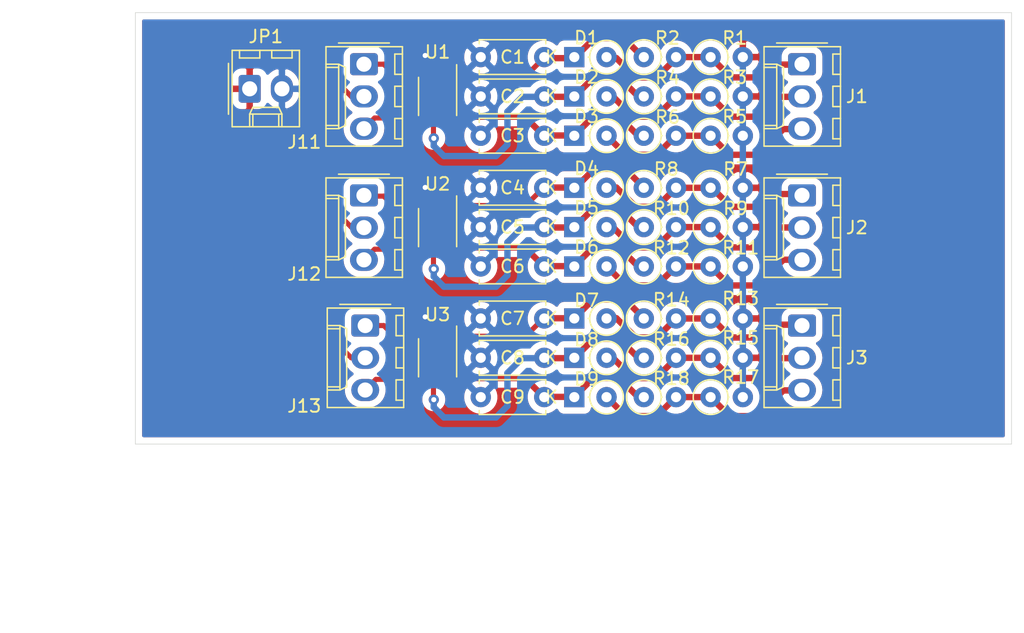
<source format=kicad_pcb>
(kicad_pcb (version 20171130) (host pcbnew 5.1.12-1.fc35)
  (layers (0 F.Cu signal) (31 B.Cu signal) (34 B.Paste user hide) (35 F.Paste user hide) (36 B.SilkS user) (37 F.SilkS user) (38 B.Mask user hide) (39 F.Mask user) (44 Edge.Cuts user))
  (net 0 "")
  (net 1 GND)
  (net 2 VCC)
  (net 3 "Net-(C1-Pad2)")
  (net 4 "Net-(C2-Pad2)")
  (net 5 "Net-(C3-Pad2)")
  (net 6 "Net-(C4-Pad2)")
  (net 7 "Net-(C5-Pad2)")
  (net 8 "Net-(C6-Pad2)")
  (net 9 "Net-(C7-Pad2)")
  (net 10 "Net-(C8-Pad2)")
  (net 11 "Net-(C9-Pad2)")
  (net 12 "Net-(D1-Pad2)")
  (net 13 "Net-(D2-Pad2)")
  (net 14 "Net-(D3-Pad2)")
  (net 15 "Net-(D4-Pad2)")
  (net 16 "Net-(D5-Pad2)")
  (net 17 "Net-(D6-Pad2)")
  (net 18 "Net-(D7-Pad2)")
  (net 19 "Net-(D8-Pad2)")
  (net 20 "Net-(D9-Pad2)")
  (net 21 "Net-(J11-Pad1)")
  (net 22 "Net-(J11-Pad2)")
  (net 23 "Net-(J11-Pad3)")
  (net 24 "Net-(J12-Pad3)")
  (net 25 "Net-(J12-Pad2)")
  (net 26 "Net-(J12-Pad1)")
  (net 27 "Net-(J13-Pad1)")
  (net 28 "Net-(J13-Pad2)")
  (net 29 "Net-(J13-Pad3)")
  (module Capacitor_THT:C_Disc_D5.0mm_W2.5mm_P5.00mm (layer F.Cu) (at 198.2 59.5)
    (fp_text reference C1 (at 2.5 0) (layer F.SilkS))
    (fp_text value 100nF)
    (pad 2 thru_hole circle (at 5 0) (size 1.6 1.6) (drill 0.8) (layers *.Cu *.Mask) (net 3 "Net-(C1-Pad2)"))
    (pad 1 thru_hole circle (at 0 0) (size 1.6 1.6) (drill 0.8) (layers *.Cu *.Mask) (net 1 GND))
  )
  (module Package_SO:SSOP-8_2.95x2.8mm_P0.65mm (layer F.Cu) (at 194.8 62.6 270)
    (fp_text reference U1 (at -3.5 0 180) (layer F.SilkS))
    (fp_text value 74LVC3G14)
    (pad 8 smd rect (at 1.7 -0.975 180) (size 0.3 1.6) (layers F.Cu F.Paste F.Mask) (net 2 VCC))
    (pad 7 smd rect (at 1.7 -0.325 180) (size 0.3 1.6) (layers F.Cu F.Paste F.Mask) (net 21 "Net-(J11-Pad1)"))
    (pad 6 smd rect (at 1.7 0.325 180) (size 0.3 1.6) (layers F.Cu F.Paste F.Mask) (net 4 "Net-(C2-Pad2)"))
    (pad 5 smd rect (at 1.7 0.975 180) (size 0.3 1.6) (layers F.Cu F.Paste F.Mask) (net 23 "Net-(J11-Pad3)"))
    (pad 4 smd rect (at -1.7 0.975 180) (size 0.3 1.6) (layers F.Cu F.Paste F.Mask) (net 1 GND))
    (pad 3 smd rect (at -1.7 0.325 180) (size 0.3 1.6) (layers F.Cu F.Paste F.Mask) (net 5 "Net-(C3-Pad2)"))
    (pad 2 smd rect (at -1.7 -0.325 180) (size 0.3 1.6) (layers F.Cu F.Paste F.Mask) (net 22 "Net-(J11-Pad2)"))
    (pad 1 smd rect (at -1.7 -0.975 180) (size 0.3 1.6) (layers F.Cu F.Paste F.Mask) (net 3 "Net-(C1-Pad2)"))
  )
  (module Resistor_THT:R_Axial_DIN0207_L6.3mm_D2.5mm_P2.54mm_Vertical (layer F.Cu) (at 216.3 59.5)
    (fp_text reference R1 (at 1.9 -1.5) (layer F.SilkS))
    (fp_text value 82K)
    (pad 2 thru_hole oval (at 2.54 0) (size 1.6 1.6) (drill 0.8) (layers *.Cu *.Mask) (net 2 VCC))
    (pad 1 thru_hole circle (at 0 0) (size 1.6 1.6) (drill 0.8) (layers *.Cu *.Mask) (net 12 "Net-(D1-Pad2)"))
  )
  (module Resistor_THT:R_Axial_DIN0207_L6.3mm_D2.5mm_P2.54mm_Vertical (layer F.Cu) (at 211.041166 59.5)
    (fp_text reference R2 (at 1.858834 -1.5) (layer F.SilkS))
    (fp_text value 18K2)
    (pad 1 thru_hole circle (at 0 0) (size 1.6 1.6) (drill 0.8) (layers *.Cu *.Mask) (net 3 "Net-(C1-Pad2)"))
    (pad 2 thru_hole oval (at 2.54 0) (size 1.6 1.6) (drill 0.8) (layers *.Cu *.Mask) (net 12 "Net-(D1-Pad2)"))
  )
  (module Diode_THT:D_DO-35_SOD27_P2.54mm_Vertical_KathodeUp (layer F.Cu) (at 205.565833 59.5)
    (fp_text reference D1 (at 0.97 -1.526371) (layer F.SilkS))
    (fp_text value 1N4148)
    (fp_text user K (at -1.8 0) (layer F.SilkS))
    (pad 2 thru_hole oval (at 2.54 0) (size 1.6 1.6) (drill 0.8) (layers *.Cu *.Mask) (net 12 "Net-(D1-Pad2)"))
    (pad 1 thru_hole rect (at 0 0) (size 1.6 1.6) (drill 0.8) (layers *.Cu *.Mask) (net 3 "Net-(C1-Pad2)"))
  )
  (module Connector_Molex:Molex_KK-254_AE-6410-03A_1x03_P2.54mm_Vertical (layer F.Cu) (at 223.5 60.06 270)
    (fp_text reference J1 (at 2.54 -4.32 180) (layer F.SilkS))
    (fp_text value Sig_In)
    (pad 3 thru_hole oval (at 5.08 0 270) (size 1.74 2.19) (drill 1.19) (layers *.Cu *.Mask) (net 14 "Net-(D3-Pad2)"))
    (pad 2 thru_hole oval (at 2.54 0 270) (size 1.74 2.19) (drill 1.19) (layers *.Cu *.Mask) (net 13 "Net-(D2-Pad2)"))
    (pad 1 thru_hole roundrect (at 0 0 270) (size 1.74 2.19) (drill 1.19) (layers *.Cu *.Mask) (roundrect_rratio 0.143678) (net 12 "Net-(D1-Pad2)"))
  )
  (module Capacitor_THT:C_Disc_D5.0mm_W2.5mm_P5.00mm (layer F.Cu) (at 198.2 62.6)
    (fp_text reference C2 (at 2.5 0) (layer F.SilkS))
    (fp_text value 100nF)
    (pad 2 thru_hole circle (at 5 0) (size 1.6 1.6) (drill 0.8) (layers *.Cu *.Mask) (net 4 "Net-(C2-Pad2)"))
    (pad 1 thru_hole circle (at 0 0) (size 1.6 1.6) (drill 0.8) (layers *.Cu *.Mask) (net 1 GND))
  )
  (module Capacitor_THT:C_Disc_D5.0mm_W2.5mm_P5.00mm (layer F.Cu) (at 198.2 65.7)
    (fp_text reference C3 (at 2.5 0) (layer F.SilkS))
    (fp_text value 100nF)
    (pad 1 thru_hole circle (at 0 0) (size 1.6 1.6) (drill 0.8) (layers *.Cu *.Mask) (net 1 GND))
    (pad 2 thru_hole circle (at 5 0) (size 1.6 1.6) (drill 0.8) (layers *.Cu *.Mask) (net 5 "Net-(C3-Pad2)"))
  )
  (module Capacitor_THT:C_Disc_D5.0mm_W2.5mm_P5.00mm (layer F.Cu) (at 198.2 69.8)
    (fp_text reference C4 (at 2.5 0) (layer F.SilkS))
    (fp_text value 100nF)
    (pad 2 thru_hole circle (at 5 0) (size 1.6 1.6) (drill 0.8) (layers *.Cu *.Mask) (net 6 "Net-(C4-Pad2)"))
    (pad 1 thru_hole circle (at 0 0) (size 1.6 1.6) (drill 0.8) (layers *.Cu *.Mask) (net 1 GND))
  )
  (module Capacitor_THT:C_Disc_D5.0mm_W2.5mm_P5.00mm (layer F.Cu) (at 198.2 72.9)
    (fp_text reference C5 (at 2.5 0) (layer F.SilkS))
    (fp_text value 100nF)
    (pad 1 thru_hole circle (at 0 0) (size 1.6 1.6) (drill 0.8) (layers *.Cu *.Mask) (net 1 GND))
    (pad 2 thru_hole circle (at 5 0) (size 1.6 1.6) (drill 0.8) (layers *.Cu *.Mask) (net 7 "Net-(C5-Pad2)"))
  )
  (module Capacitor_THT:C_Disc_D5.0mm_W2.5mm_P5.00mm (layer F.Cu) (at 198.2 76)
    (fp_text reference C6 (at 2.5 0) (layer F.SilkS))
    (fp_text value 100nF)
    (pad 2 thru_hole circle (at 5 0) (size 1.6 1.6) (drill 0.8) (layers *.Cu *.Mask) (net 8 "Net-(C6-Pad2)"))
    (pad 1 thru_hole circle (at 0 0) (size 1.6 1.6) (drill 0.8) (layers *.Cu *.Mask) (net 1 GND))
  )
  (module Capacitor_THT:C_Disc_D5.0mm_W2.5mm_P5.00mm (layer F.Cu) (at 198.2 80.1)
    (fp_text reference C7 (at 2.5 0) (layer F.SilkS))
    (fp_text value 100nF)
    (pad 2 thru_hole circle (at 5 0) (size 1.6 1.6) (drill 0.8) (layers *.Cu *.Mask) (net 9 "Net-(C7-Pad2)"))
    (pad 1 thru_hole circle (at 0 0) (size 1.6 1.6) (drill 0.8) (layers *.Cu *.Mask) (net 1 GND))
  )
  (module Capacitor_THT:C_Disc_D5.0mm_W2.5mm_P5.00mm (layer F.Cu) (at 198.2 83.2)
    (fp_text reference C8 (at 2.5 0) (layer F.SilkS))
    (fp_text value 100nF)
    (pad 1 thru_hole circle (at 0 0) (size 1.6 1.6) (drill 0.8) (layers *.Cu *.Mask) (net 1 GND))
    (pad 2 thru_hole circle (at 5 0) (size 1.6 1.6) (drill 0.8) (layers *.Cu *.Mask) (net 10 "Net-(C8-Pad2)"))
  )
  (module Capacitor_THT:C_Disc_D5.0mm_W2.5mm_P5.00mm (layer F.Cu) (at 198.2 86.3)
    (fp_text reference C9 (at 2.5 0) (layer F.SilkS))
    (fp_text value 100nF)
    (pad 1 thru_hole circle (at 0 0) (size 1.6 1.6) (drill 0.8) (layers *.Cu *.Mask) (net 1 GND))
    (pad 2 thru_hole circle (at 5 0) (size 1.6 1.6) (drill 0.8) (layers *.Cu *.Mask) (net 11 "Net-(C9-Pad2)"))
  )
  (module Diode_THT:D_DO-35_SOD27_P2.54mm_Vertical_KathodeUp (layer F.Cu) (at 205.565833 62.6)
    (fp_text reference D2 (at 0.97 -1.526371) (layer F.SilkS))
    (fp_text value 1N4148)
    (fp_text user K (at -1.8 0) (layer F.SilkS))
    (pad 2 thru_hole oval (at 2.54 0) (size 1.6 1.6) (drill 0.8) (layers *.Cu *.Mask) (net 13 "Net-(D2-Pad2)"))
    (pad 1 thru_hole rect (at 0 0) (size 1.6 1.6) (drill 0.8) (layers *.Cu *.Mask) (net 4 "Net-(C2-Pad2)"))
  )
  (module Diode_THT:D_DO-35_SOD27_P2.54mm_Vertical_KathodeUp (layer F.Cu) (at 205.565833 65.7)
    (fp_text reference D3 (at 0.97 -1.526371) (layer F.SilkS))
    (fp_text value 1N4148)
    (fp_text user K (at -1.8 0) (layer F.SilkS))
    (pad 1 thru_hole rect (at 0 0) (size 1.6 1.6) (drill 0.8) (layers *.Cu *.Mask) (net 5 "Net-(C3-Pad2)"))
    (pad 2 thru_hole oval (at 2.54 0) (size 1.6 1.6) (drill 0.8) (layers *.Cu *.Mask) (net 14 "Net-(D3-Pad2)"))
  )
  (module Diode_THT:D_DO-35_SOD27_P2.54mm_Vertical_KathodeUp (layer F.Cu) (at 205.565833 69.8)
    (fp_text reference D4 (at 0.97 -1.526371) (layer F.SilkS))
    (fp_text value 1N4148)
    (fp_text user K (at -1.8 0) (layer F.SilkS))
    (pad 2 thru_hole oval (at 2.54 0) (size 1.6 1.6) (drill 0.8) (layers *.Cu *.Mask) (net 15 "Net-(D4-Pad2)"))
    (pad 1 thru_hole rect (at 0 0) (size 1.6 1.6) (drill 0.8) (layers *.Cu *.Mask) (net 6 "Net-(C4-Pad2)"))
  )
  (module Diode_THT:D_DO-35_SOD27_P2.54mm_Vertical_KathodeUp (layer F.Cu) (at 205.565833 72.9)
    (fp_text reference D5 (at 0.97 -1.526371) (layer F.SilkS))
    (fp_text value 1N4148)
    (fp_text user K (at -1.8 0) (layer F.SilkS))
    (pad 2 thru_hole oval (at 2.54 0) (size 1.6 1.6) (drill 0.8) (layers *.Cu *.Mask) (net 16 "Net-(D5-Pad2)"))
    (pad 1 thru_hole rect (at 0 0) (size 1.6 1.6) (drill 0.8) (layers *.Cu *.Mask) (net 7 "Net-(C5-Pad2)"))
  )
  (module Diode_THT:D_DO-35_SOD27_P2.54mm_Vertical_KathodeUp (layer F.Cu) (at 205.565833 76)
    (fp_text reference D6 (at 0.97 -1.526371) (layer F.SilkS))
    (fp_text value 1N4148)
    (fp_text user K (at -1.8 0) (layer F.SilkS))
    (pad 1 thru_hole rect (at 0 0) (size 1.6 1.6) (drill 0.8) (layers *.Cu *.Mask) (net 8 "Net-(C6-Pad2)"))
    (pad 2 thru_hole oval (at 2.54 0) (size 1.6 1.6) (drill 0.8) (layers *.Cu *.Mask) (net 17 "Net-(D6-Pad2)"))
  )
  (module Diode_THT:D_DO-35_SOD27_P2.54mm_Vertical_KathodeUp (layer F.Cu) (at 205.565833 80.1)
    (fp_text reference D7 (at 0.97 -1.426371) (layer F.SilkS))
    (fp_text value 1N4148)
    (fp_text user K (at -1.8 0) (layer F.SilkS))
    (pad 1 thru_hole rect (at 0 0) (size 1.6 1.6) (drill 0.8) (layers *.Cu *.Mask) (net 9 "Net-(C7-Pad2)"))
    (pad 2 thru_hole oval (at 2.54 0) (size 1.6 1.6) (drill 0.8) (layers *.Cu *.Mask) (net 18 "Net-(D7-Pad2)"))
  )
  (module Diode_THT:D_DO-35_SOD27_P2.54mm_Vertical_KathodeUp (layer F.Cu) (at 205.565833 83.2)
    (fp_text reference D8 (at 0.97 -1.426371) (layer F.SilkS))
    (fp_text value 1N4148)
    (fp_text user K (at -1.8 0) (layer F.SilkS))
    (pad 2 thru_hole oval (at 2.54 0) (size 1.6 1.6) (drill 0.8) (layers *.Cu *.Mask) (net 19 "Net-(D8-Pad2)"))
    (pad 1 thru_hole rect (at 0 0) (size 1.6 1.6) (drill 0.8) (layers *.Cu *.Mask) (net 10 "Net-(C8-Pad2)"))
  )
  (module Diode_THT:D_DO-35_SOD27_P2.54mm_Vertical_KathodeUp (layer F.Cu) (at 205.565833 86.3)
    (fp_text reference D9 (at 0.97 -1.426371) (layer F.SilkS))
    (fp_text value 1N4148)
    (fp_text user K (at -1.8 0) (layer F.SilkS))
    (pad 1 thru_hole rect (at 0 0) (size 1.6 1.6) (drill 0.8) (layers *.Cu *.Mask) (net 11 "Net-(C9-Pad2)"))
    (pad 2 thru_hole oval (at 2.54 0) (size 1.6 1.6) (drill 0.8) (layers *.Cu *.Mask) (net 20 "Net-(D9-Pad2)"))
  )
  (module Resistor_THT:R_Axial_DIN0207_L6.3mm_D2.5mm_P2.54mm_Vertical (layer F.Cu) (at 216.3 62.6)
    (fp_text reference R3 (at 1.9 -1.5) (layer F.SilkS))
    (fp_text value 82K)
    (pad 1 thru_hole circle (at 0 0) (size 1.6 1.6) (drill 0.8) (layers *.Cu *.Mask) (net 13 "Net-(D2-Pad2)"))
    (pad 2 thru_hole oval (at 2.54 0) (size 1.6 1.6) (drill 0.8) (layers *.Cu *.Mask) (net 2 VCC))
  )
  (module Resistor_THT:R_Axial_DIN0207_L6.3mm_D2.5mm_P2.54mm_Vertical (layer F.Cu) (at 211.041166 62.6)
    (fp_text reference R4 (at 1.87 -1.47) (layer F.SilkS))
    (fp_text value 18K2)
    (pad 2 thru_hole oval (at 2.54 0) (size 1.6 1.6) (drill 0.8) (layers *.Cu *.Mask) (net 13 "Net-(D2-Pad2)"))
    (pad 1 thru_hole circle (at 0 0) (size 1.6 1.6) (drill 0.8) (layers *.Cu *.Mask) (net 4 "Net-(C2-Pad2)"))
  )
  (module Resistor_THT:R_Axial_DIN0207_L6.3mm_D2.5mm_P2.54mm_Vertical (layer F.Cu) (at 216.3 65.7)
    (fp_text reference R5 (at 1.9 -1.5) (layer F.SilkS))
    (fp_text value 82K)
    (pad 1 thru_hole circle (at 0 0) (size 1.6 1.6) (drill 0.8) (layers *.Cu *.Mask) (net 14 "Net-(D3-Pad2)"))
    (pad 2 thru_hole oval (at 2.54 0) (size 1.6 1.6) (drill 0.8) (layers *.Cu *.Mask) (net 2 VCC))
  )
  (module Resistor_THT:R_Axial_DIN0207_L6.3mm_D2.5mm_P2.54mm_Vertical (layer F.Cu) (at 211.041166 65.7)
    (fp_text reference R6 (at 1.87 -1.47) (layer F.SilkS))
    (fp_text value 18K2)
    (pad 2 thru_hole oval (at 2.54 0) (size 1.6 1.6) (drill 0.8) (layers *.Cu *.Mask) (net 14 "Net-(D3-Pad2)"))
    (pad 1 thru_hole circle (at 0 0) (size 1.6 1.6) (drill 0.8) (layers *.Cu *.Mask) (net 5 "Net-(C3-Pad2)"))
  )
  (module Resistor_THT:R_Axial_DIN0207_L6.3mm_D2.5mm_P2.54mm_Vertical (layer F.Cu) (at 216.3 69.8)
    (fp_text reference R7 (at 1.97 -1.47) (layer F.SilkS))
    (fp_text value 82K)
    (pad 1 thru_hole circle (at 0 0) (size 1.6 1.6) (drill 0.8) (layers *.Cu *.Mask) (net 15 "Net-(D4-Pad2)"))
    (pad 2 thru_hole oval (at 2.54 0) (size 1.6 1.6) (drill 0.8) (layers *.Cu *.Mask) (net 2 VCC))
  )
  (module Resistor_THT:R_Axial_DIN0207_L6.3mm_D2.5mm_P2.54mm_Vertical (layer F.Cu) (at 211.041166 69.8)
    (fp_text reference R8 (at 1.77 -1.47) (layer F.SilkS))
    (fp_text value 18K2)
    (pad 2 thru_hole oval (at 2.54 0) (size 1.6 1.6) (drill 0.8) (layers *.Cu *.Mask) (net 15 "Net-(D4-Pad2)"))
    (pad 1 thru_hole circle (at 0 0) (size 1.6 1.6) (drill 0.8) (layers *.Cu *.Mask) (net 6 "Net-(C4-Pad2)"))
  )
  (module Resistor_THT:R_Axial_DIN0207_L6.3mm_D2.5mm_P2.54mm_Vertical (layer F.Cu) (at 216.3 72.9)
    (fp_text reference R9 (at 1.97 -1.47) (layer F.SilkS))
    (fp_text value 82K)
    (pad 1 thru_hole circle (at 0 0) (size 1.6 1.6) (drill 0.8) (layers *.Cu *.Mask) (net 16 "Net-(D5-Pad2)"))
    (pad 2 thru_hole oval (at 2.54 0) (size 1.6 1.6) (drill 0.8) (layers *.Cu *.Mask) (net 2 VCC))
  )
  (module Resistor_THT:R_Axial_DIN0207_L6.3mm_D2.5mm_P2.54mm_Vertical (layer F.Cu) (at 211.041166 72.9)
    (fp_text reference R10 (at 2.17 -1.47) (layer F.SilkS))
    (fp_text value 18K2)
    (pad 2 thru_hole oval (at 2.54 0) (size 1.6 1.6) (drill 0.8) (layers *.Cu *.Mask) (net 16 "Net-(D5-Pad2)"))
    (pad 1 thru_hole circle (at 0 0) (size 1.6 1.6) (drill 0.8) (layers *.Cu *.Mask) (net 7 "Net-(C5-Pad2)"))
  )
  (module Resistor_THT:R_Axial_DIN0207_L6.3mm_D2.5mm_P2.54mm_Vertical (layer F.Cu) (at 216.3 76)
    (fp_text reference R11 (at 2.37 -1.47) (layer F.SilkS))
    (fp_text value 82K)
    (pad 1 thru_hole circle (at 0 0) (size 1.6 1.6) (drill 0.8) (layers *.Cu *.Mask) (net 17 "Net-(D6-Pad2)"))
    (pad 2 thru_hole oval (at 2.54 0) (size 1.6 1.6) (drill 0.8) (layers *.Cu *.Mask) (net 2 VCC))
  )
  (module Resistor_THT:R_Axial_DIN0207_L6.3mm_D2.5mm_P2.54mm_Vertical (layer F.Cu) (at 211.041166 76)
    (fp_text reference R12 (at 2.17 -1.47) (layer F.SilkS))
    (fp_text value 18K2)
    (pad 1 thru_hole circle (at 0 0) (size 1.6 1.6) (drill 0.8) (layers *.Cu *.Mask) (net 8 "Net-(C6-Pad2)"))
    (pad 2 thru_hole oval (at 2.54 0) (size 1.6 1.6) (drill 0.8) (layers *.Cu *.Mask) (net 17 "Net-(D6-Pad2)"))
  )
  (module Resistor_THT:R_Axial_DIN0207_L6.3mm_D2.5mm_P2.54mm_Vertical (layer F.Cu) (at 216.3 80.1)
    (fp_text reference R13 (at 2.37 -1.57) (layer F.SilkS))
    (fp_text value 82K)
    (pad 1 thru_hole circle (at 0 0) (size 1.6 1.6) (drill 0.8) (layers *.Cu *.Mask) (net 18 "Net-(D7-Pad2)"))
    (pad 2 thru_hole oval (at 2.54 0) (size 1.6 1.6) (drill 0.8) (layers *.Cu *.Mask) (net 2 VCC))
  )
  (module Resistor_THT:R_Axial_DIN0207_L6.3mm_D2.5mm_P2.54mm_Vertical (layer F.Cu) (at 211.041166 80.1)
    (fp_text reference R14 (at 2.17 -1.47) (layer F.SilkS))
    (fp_text value 18K2)
    (pad 2 thru_hole oval (at 2.54 0) (size 1.6 1.6) (drill 0.8) (layers *.Cu *.Mask) (net 18 "Net-(D7-Pad2)"))
    (pad 1 thru_hole circle (at 0 0) (size 1.6 1.6) (drill 0.8) (layers *.Cu *.Mask) (net 9 "Net-(C7-Pad2)"))
  )
  (module Resistor_THT:R_Axial_DIN0207_L6.3mm_D2.5mm_P2.54mm_Vertical (layer F.Cu) (at 216.3 83.2)
    (fp_text reference R15 (at 2.37 -1.57) (layer F.SilkS))
    (fp_text value 82K)
    (pad 1 thru_hole circle (at 0 0) (size 1.6 1.6) (drill 0.8) (layers *.Cu *.Mask) (net 19 "Net-(D8-Pad2)"))
    (pad 2 thru_hole oval (at 2.54 0) (size 1.6 1.6) (drill 0.8) (layers *.Cu *.Mask) (net 2 VCC))
  )
  (module Resistor_THT:R_Axial_DIN0207_L6.3mm_D2.5mm_P2.54mm_Vertical (layer F.Cu) (at 211.041166 83.2)
    (fp_text reference R16 (at 2.17 -1.47) (layer F.SilkS))
    (fp_text value 18K2)
    (pad 2 thru_hole oval (at 2.54 0) (size 1.6 1.6) (drill 0.8) (layers *.Cu *.Mask) (net 19 "Net-(D8-Pad2)"))
    (pad 1 thru_hole circle (at 0 0) (size 1.6 1.6) (drill 0.8) (layers *.Cu *.Mask) (net 10 "Net-(C8-Pad2)"))
  )
  (module Resistor_THT:R_Axial_DIN0207_L6.3mm_D2.5mm_P2.54mm_Vertical (layer F.Cu) (at 216.3 86.3)
    (fp_text reference R17 (at 2.37 -1.57) (layer F.SilkS))
    (fp_text value 82K)
    (pad 2 thru_hole oval (at 2.54 0) (size 1.6 1.6) (drill 0.8) (layers *.Cu *.Mask) (net 2 VCC))
    (pad 1 thru_hole circle (at 0 0) (size 1.6 1.6) (drill 0.8) (layers *.Cu *.Mask) (net 20 "Net-(D9-Pad2)"))
  )
  (module Resistor_THT:R_Axial_DIN0207_L6.3mm_D2.5mm_P2.54mm_Vertical (layer F.Cu) (at 211.041166 86.3)
    (fp_text reference R18 (at 2.17 -1.47) (layer F.SilkS))
    (fp_text value 18K2)
    (pad 2 thru_hole oval (at 2.54 0) (size 1.6 1.6) (drill 0.8) (layers *.Cu *.Mask) (net 20 "Net-(D9-Pad2)"))
    (pad 1 thru_hole circle (at 0 0) (size 1.6 1.6) (drill 0.8) (layers *.Cu *.Mask) (net 11 "Net-(C9-Pad2)"))
  )
  (module Package_SO:SSOP-8_2.95x2.8mm_P0.65mm (layer F.Cu) (at 194.8 72.94 270)
    (fp_text reference U2 (at -3.44 0 180) (layer F.SilkS))
    (fp_text value 74LVC3G14)
    (pad 1 smd rect (at -1.7 -0.975 180) (size 0.3 1.6) (layers F.Cu F.Paste F.Mask) (net 6 "Net-(C4-Pad2)"))
    (pad 2 smd rect (at -1.7 -0.325 180) (size 0.3 1.6) (layers F.Cu F.Paste F.Mask) (net 25 "Net-(J12-Pad2)"))
    (pad 3 smd rect (at -1.7 0.325 180) (size 0.3 1.6) (layers F.Cu F.Paste F.Mask) (net 8 "Net-(C6-Pad2)"))
    (pad 4 smd rect (at -1.7 0.975 180) (size 0.3 1.6) (layers F.Cu F.Paste F.Mask) (net 1 GND))
    (pad 5 smd rect (at 1.7 0.975 180) (size 0.3 1.6) (layers F.Cu F.Paste F.Mask) (net 24 "Net-(J12-Pad3)"))
    (pad 6 smd rect (at 1.7 0.325 180) (size 0.3 1.6) (layers F.Cu F.Paste F.Mask) (net 7 "Net-(C5-Pad2)"))
    (pad 7 smd rect (at 1.7 -0.325 180) (size 0.3 1.6) (layers F.Cu F.Paste F.Mask) (net 26 "Net-(J12-Pad1)"))
    (pad 8 smd rect (at 1.7 -0.975 180) (size 0.3 1.6) (layers F.Cu F.Paste F.Mask) (net 2 VCC))
  )
  (module Package_SO:SSOP-8_2.95x2.8mm_P0.65mm (layer F.Cu) (at 194.8 83.2 270)
    (fp_text reference U3 (at -3.4 0 180) (layer F.SilkS))
    (fp_text value 74LVC3G14)
    (pad 8 smd rect (at 1.7 -0.975 180) (size 0.3 1.6) (layers F.Cu F.Paste F.Mask) (net 2 VCC))
    (pad 7 smd rect (at 1.7 -0.325 180) (size 0.3 1.6) (layers F.Cu F.Paste F.Mask) (net 27 "Net-(J13-Pad1)"))
    (pad 6 smd rect (at 1.7 0.325 180) (size 0.3 1.6) (layers F.Cu F.Paste F.Mask) (net 10 "Net-(C8-Pad2)"))
    (pad 5 smd rect (at 1.7 0.975 180) (size 0.3 1.6) (layers F.Cu F.Paste F.Mask) (net 29 "Net-(J13-Pad3)"))
    (pad 4 smd rect (at -1.7 0.975 180) (size 0.3 1.6) (layers F.Cu F.Paste F.Mask) (net 1 GND))
    (pad 3 smd rect (at -1.7 0.325 180) (size 0.3 1.6) (layers F.Cu F.Paste F.Mask) (net 11 "Net-(C9-Pad2)"))
    (pad 2 smd rect (at -1.7 -0.325 180) (size 0.3 1.6) (layers F.Cu F.Paste F.Mask) (net 28 "Net-(J13-Pad2)"))
    (pad 1 smd rect (at -1.7 -0.975 180) (size 0.3 1.6) (layers F.Cu F.Paste F.Mask) (net 9 "Net-(C7-Pad2)"))
  )
  (module Connector_Molex:Molex_KK-254_AE-6410-02A_1x02_P2.54mm_Vertical (layer F.Cu) (at 180 62)
    (fp_text reference JP1 (at 1.27 -4.12) (layer F.SilkS))
    (fp_text value Pwr)
    (pad 1 thru_hole roundrect (at 0 0) (size 1.74 2.19) (drill 1.19) (layers *.Cu *.Mask) (roundrect_rratio 0.143678) (net 2 VCC))
    (pad 2 thru_hole oval (at 2.54 0) (size 1.74 2.19) (drill 1.19) (layers *.Cu *.Mask) (net 1 GND))
  )
  (module Connector_Molex:Molex_KK-254_AE-6410-03A_1x03_P2.54mm_Vertical (layer F.Cu) (at 189.1 80.66 270)
    (fp_text reference J13 (at 6.34 4.8 180) (layer F.SilkS))
    (fp_text value Trig_Out)
    (pad 1 thru_hole roundrect (at 0 0 270) (size 1.74 2.19) (drill 1.19) (layers *.Cu *.Mask) (roundrect_rratio 0.143678) (net 27 "Net-(J13-Pad1)"))
    (pad 2 thru_hole oval (at 2.54 0 270) (size 1.74 2.19) (drill 1.19) (layers *.Cu *.Mask) (net 28 "Net-(J13-Pad2)"))
    (pad 3 thru_hole oval (at 5.08 0 270) (size 1.74 2.19) (drill 1.19) (layers *.Cu *.Mask) (net 29 "Net-(J13-Pad3)"))
  )
  (module Connector_Molex:Molex_KK-254_AE-6410-03A_1x03_P2.54mm_Vertical (layer F.Cu) (at 189 60.06 270)
    (fp_text reference J11 (at 6.14 4.7 180) (layer F.SilkS))
    (fp_text value Trig_Out)
    (pad 1 thru_hole roundrect (at 0 0 270) (size 1.74 2.19) (drill 1.19) (layers *.Cu *.Mask) (roundrect_rratio 0.143678) (net 21 "Net-(J11-Pad1)"))
    (pad 2 thru_hole oval (at 2.54 0 270) (size 1.74 2.19) (drill 1.19) (layers *.Cu *.Mask) (net 22 "Net-(J11-Pad2)"))
    (pad 3 thru_hole oval (at 5.08 0 270) (size 1.74 2.19) (drill 1.19) (layers *.Cu *.Mask) (net 23 "Net-(J11-Pad3)"))
  )
  (module Connector_Molex:Molex_KK-254_AE-6410-03A_1x03_P2.54mm_Vertical (layer F.Cu) (at 189 70.4 270)
    (fp_text reference J12 (at 6.2 4.7 180) (layer F.SilkS))
    (fp_text value Trig_Out)
    (pad 3 thru_hole oval (at 5.08 0 270) (size 1.74 2.19) (drill 1.19) (layers *.Cu *.Mask) (net 24 "Net-(J12-Pad3)"))
    (pad 2 thru_hole oval (at 2.54 0 270) (size 1.74 2.19) (drill 1.19) (layers *.Cu *.Mask) (net 25 "Net-(J12-Pad2)"))
    (pad 1 thru_hole roundrect (at 0 0 270) (size 1.74 2.19) (drill 1.19) (layers *.Cu *.Mask) (roundrect_rratio 0.143678) (net 26 "Net-(J12-Pad1)"))
  )
  (module Connector_Molex:Molex_KK-254_AE-6410-03A_1x03_P2.54mm_Vertical (layer F.Cu) (at 223.5 70.4 270)
    (fp_text reference J2 (at 2.54 -4.32) (layer F.SilkS))
    (fp_text value Sig_In)
    (pad 3 thru_hole oval (at 5.08 0 270) (size 1.74 2.19) (drill 1.19) (layers *.Cu *.Mask) (net 17 "Net-(D6-Pad2)"))
    (pad 2 thru_hole oval (at 2.54 0 270) (size 1.74 2.19) (drill 1.19) (layers *.Cu *.Mask) (net 16 "Net-(D5-Pad2)"))
    (pad 1 thru_hole roundrect (at 0 0 270) (size 1.74 2.19) (drill 1.19) (layers *.Cu *.Mask) (roundrect_rratio 0.143678) (net 15 "Net-(D4-Pad2)"))
  )
  (module Connector_Molex:Molex_KK-254_AE-6410-03A_1x03_P2.54mm_Vertical (layer F.Cu) (at 223.5 80.66 270)
    (fp_text reference J3 (at 2.54 -4.32 180) (layer F.SilkS))
    (fp_text value Sig_In)
    (pad 1 thru_hole roundrect (at 0 0 270) (size 1.74 2.19) (drill 1.19) (layers *.Cu *.Mask) (roundrect_rratio 0.143678) (net 18 "Net-(D7-Pad2)"))
    (pad 2 thru_hole oval (at 2.54 0 270) (size 1.74 2.19) (drill 1.19) (layers *.Cu *.Mask) (net 19 "Net-(D8-Pad2)"))
    (pad 3 thru_hole oval (at 5.08 0 270) (size 1.74 2.19) (drill 1.19) (layers *.Cu *.Mask) (net 20 "Net-(D9-Pad2)"))
  )
  (gr_line (start 171 90) (end 240 90) (layer Edge.Cuts) (width 0.05))
  (gr_line (start 240 90) (end 240 56) (layer Edge.Cuts) (width 0.05))
  (gr_line (start 171 90) (end 171 56) (layer Edge.Cuts) (width 0.05))
  (gr_line (start 171 56) (end 240 56) (layer Edge.Cuts) (width 0.05))
  (segment (start 195.3 77.6) (end 194.5 76.8) (width 0.5) (layer B.Cu) (net 7))
  (segment (start 194.5 76.8) (end 194.5 76.2) (width 0.5) (layer B.Cu) (net 7))
  (segment (start 201.469 72.931) (end 200.3 74.1) (width 0.5) (layer B.Cu) (net 7))
  (segment (start 203.148888 72.931) (end 201.469 72.931) (width 0.5) (layer B.Cu) (net 7))
  (segment (start 194.475 74.6) (end 194.475 76.175) (width 0.4) (layer F.Cu) (net 7))
  (segment (start 200.3 76.7) (end 199.4 77.6) (width 0.5) (layer B.Cu) (net 7))
  (segment (start 200.3 74.1) (end 200.3 76.7) (width 0.5) (layer B.Cu) (net 7))
  (via (at 194.5 76.2) (size 0.8) (drill 0.4) (layers F.Cu B.Cu) (net 7))
  (segment (start 199.4 77.6) (end 195.3 77.6) (width 0.5) (layer B.Cu) (net 7))
  (segment (start 195.3 87.9) (end 194.5 87.1) (width 0.5) (layer B.Cu) (net 10))
  (segment (start 194.5 87.1) (end 194.5 86.5) (width 0.5) (layer B.Cu) (net 10))
  (segment (start 201.469 83.231) (end 200.3 84.4) (width 0.5) (layer B.Cu) (net 10))
  (segment (start 203.148888 83.231) (end 201.469 83.231) (width 0.5) (layer B.Cu) (net 10))
  (segment (start 194.475 84.9) (end 194.475 86.475) (width 0.4) (layer F.Cu) (net 10))
  (segment (start 200.3 87) (end 199.4 87.9) (width 0.5) (layer B.Cu) (net 10))
  (segment (start 200.3 84.4) (end 200.3 87) (width 0.5) (layer B.Cu) (net 10))
  (via (at 194.5 86.5) (size 0.8) (drill 0.4) (layers F.Cu B.Cu) (net 10))
  (segment (start 199.4 87.9) (end 195.3 87.9) (width 0.5) (layer B.Cu) (net 10))
  (segment (start 193.825 81.5) (end 193.825 79.97499) (width 0.4) (layer F.Cu) (net 1))
  (via (at 193.825 79.97499) (size 0.8) (drill 0.4) (layers F.Cu B.Cu) (net 1))
  (segment (start 193.825 71.3) (end 193.825 69.77499) (width 0.4) (layer F.Cu) (net 1))
  (via (at 193.825 69.77499) (size 0.8) (drill 0.4) (layers F.Cu B.Cu) (net 1))
  (segment (start 193.825 60.9) (end 193.825 59.37499) (width 0.4) (layer F.Cu) (net 1))
  (via (at 193.825 59.37499) (size 0.8) (drill 0.4) (layers F.Cu B.Cu) (net 1))
  (segment (start 218.84 59.8) (end 218.84 86) (width 0.5) (layer B.Cu) (net 2))
  (segment (start 195.775 64.3) (end 195.775 65.775) (width 0.25) (layer F.Cu) (net 2))
  (segment (start 195.775 86.075) (end 195.8 86.1) (width 0.25) (layer F.Cu) (net 2))
  (segment (start 195.775 84.9) (end 195.775 86.075) (width 0.25) (layer F.Cu) (net 2))
  (segment (start 195.775 74.64) (end 195.775 75.9) (width 0.25) (layer F.Cu) (net 2))
  (segment (start 203.148888 59.583) (end 205.565833 59.583) (width 0.5) (layer F.Cu) (net 3))
  (segment (start 201.731888 61) (end 203.148888 59.583) (width 0.4) (layer F.Cu) (net 3))
  (segment (start 195.875 61) (end 201.731888 61) (width 0.4) (layer F.Cu) (net 3))
  (segment (start 209.458166 58) (end 211.041166 59.583) (width 0.5) (layer F.Cu) (net 3))
  (segment (start 207.148833 58) (end 209.458166 58) (width 0.5) (layer F.Cu) (net 3))
  (segment (start 205.565833 59.583) (end 207.148833 58) (width 0.5) (layer F.Cu) (net 3))
  (segment (start 205.565833 62.631) (end 203.148888 62.631) (width 0.5) (layer F.Cu) (net 4))
  (segment (start 207.096833 61.1) (end 209.1 61.1) (width 0.5) (layer F.Cu) (net 4))
  (segment (start 209.1 61.1) (end 210.631 62.631) (width 0.5) (layer F.Cu) (net 4))
  (segment (start 210.631 62.631) (end 211.041166 62.631) (width 0.5) (layer F.Cu) (net 4))
  (segment (start 211.041166 62.631) (end 210.766 62.631) (width 0.5) (layer F.Cu) (net 4))
  (segment (start 205.565833 62.631) (end 207.096833 61.1) (width 0.5) (layer F.Cu) (net 4))
  (segment (start 194.475 64.3) (end 194.475 65.875) (width 0.4) (layer F.Cu) (net 4))
  (segment (start 194.475 65.875) (end 194.5 65.9) (width 0.4) (layer F.Cu) (net 4))
  (via (at 194.5 65.9) (size 0.8) (drill 0.4) (layers F.Cu B.Cu) (net 4))
  (segment (start 194.5 66.5) (end 194.5 65.9) (width 0.5) (layer B.Cu) (net 4))
  (segment (start 195.3 67.3) (end 194.5 66.5) (width 0.5) (layer B.Cu) (net 4))
  (segment (start 199.4 67.3) (end 195.3 67.3) (width 0.5) (layer B.Cu) (net 4))
  (segment (start 200.3 66.4) (end 199.4 67.3) (width 0.5) (layer B.Cu) (net 4))
  (segment (start 200.3 63.8) (end 200.3 66.4) (width 0.5) (layer B.Cu) (net 4))
  (segment (start 201.469 62.631) (end 200.3 63.8) (width 0.5) (layer B.Cu) (net 4))
  (segment (start 203.148888 62.631) (end 201.469 62.631) (width 0.5) (layer B.Cu) (net 4))
  (segment (start 194.624989 62.349989) (end 194.475 62.2) (width 0.5) (layer F.Cu) (net 5))
  (segment (start 205.565833 65.679) (end 203.148888 65.679) (width 0.5) (layer F.Cu) (net 5))
  (segment (start 209.1 64.2) (end 207.044833 64.2) (width 0.5) (layer F.Cu) (net 5))
  (segment (start 194.475 62.2) (end 194.475 60.9) (width 0.5) (layer F.Cu) (net 5))
  (segment (start 195.749989 62.349989) (end 194.624989 62.349989) (width 0.5) (layer F.Cu) (net 5))
  (segment (start 201.669888 64.2) (end 197.6 64.2) (width 0.5) (layer F.Cu) (net 5))
  (segment (start 203.148888 65.679) (end 201.669888 64.2) (width 0.5) (layer F.Cu) (net 5))
  (segment (start 207.044833 64.2) (end 205.565833 65.679) (width 0.5) (layer F.Cu) (net 5))
  (segment (start 197.6 64.2) (end 195.749989 62.349989) (width 0.5) (layer F.Cu) (net 5))
  (segment (start 210.579 65.679) (end 209.1 64.2) (width 0.5) (layer F.Cu) (net 5))
  (segment (start 210.7025 65.679) (end 210.579 65.679) (width 0.5) (layer F.Cu) (net 5))
  (segment (start 201.731888 71.2) (end 203.148888 69.783) (width 0.4) (layer F.Cu) (net 6))
  (segment (start 195.875 71.2) (end 201.731888 71.2) (width 0.4) (layer F.Cu) (net 6))
  (segment (start 207.148833 68.3) (end 209.458166 68.3) (width 0.5) (layer F.Cu) (net 6))
  (segment (start 205.665833 69.783) (end 207.148833 68.3) (width 0.5) (layer F.Cu) (net 6))
  (segment (start 203.148888 69.783) (end 205.665833 69.783) (width 0.5) (layer F.Cu) (net 6))
  (segment (start 209.558166 68.3) (end 211.041166 69.783) (width 0.5) (layer F.Cu) (net 6))
  (segment (start 209.458166 68.3) (end 209.558166 68.3) (width 0.5) (layer F.Cu) (net 6))
  (segment (start 205.565833 72.931) (end 203.148888 72.931) (width 0.5) (layer F.Cu) (net 7))
  (segment (start 207.096833 71.4) (end 209.1 71.4) (width 0.5) (layer F.Cu) (net 7))
  (segment (start 209.1 71.4) (end 210.631 72.931) (width 0.5) (layer F.Cu) (net 7))
  (segment (start 210.631 72.931) (end 211.041166 72.931) (width 0.5) (layer F.Cu) (net 7))
  (segment (start 211.041166 72.931) (end 210.766 72.931) (width 0.5) (layer F.Cu) (net 7))
  (segment (start 205.565833 72.931) (end 207.096833 71.4) (width 0.5) (layer F.Cu) (net 7))
  (segment (start 209.1 74.5) (end 210.579 75.979) (width 0.5) (layer F.Cu) (net 8))
  (segment (start 207.044833 74.5) (end 209.1 74.5) (width 0.5) (layer F.Cu) (net 8))
  (segment (start 210.579 75.979) (end 211.041166 75.979) (width 0.5) (layer F.Cu) (net 8))
  (segment (start 203.148888 75.979) (end 201.669888 74.5) (width 0.5) (layer F.Cu) (net 8))
  (segment (start 195.8 72.7) (end 194.775 72.7) (width 0.5) (layer F.Cu) (net 8))
  (segment (start 201.669888 74.5) (end 197.6 74.5) (width 0.5) (layer F.Cu) (net 8))
  (segment (start 194.475 72.4) (end 194.475 71.2) (width 0.5) (layer F.Cu) (net 8))
  (segment (start 197.6 74.5) (end 195.8 72.7) (width 0.5) (layer F.Cu) (net 8))
  (segment (start 194.775 72.7) (end 194.475 72.4) (width 0.5) (layer F.Cu) (net 8))
  (segment (start 210.7025 75.979) (end 211.041166 75.979) (width 0.5) (layer F.Cu) (net 8))
  (segment (start 203.148888 75.979) (end 205.565833 75.979) (width 0.5) (layer F.Cu) (net 8))
  (segment (start 205.565833 75.979) (end 207.044833 74.5) (width 0.5) (layer F.Cu) (net 8))
  (segment (start 201.731888 81.5) (end 203.148888 80.083) (width 0.4) (layer F.Cu) (net 9))
  (segment (start 195.875 81.5) (end 201.731888 81.5) (width 0.4) (layer F.Cu) (net 9))
  (segment (start 209.558166 78.6) (end 211.041166 80.083) (width 0.5) (layer F.Cu) (net 9))
  (segment (start 207.048833 78.6) (end 209.558166 78.6) (width 0.5) (layer F.Cu) (net 9))
  (segment (start 205.565833 80.083) (end 207.048833 78.6) (width 0.5) (layer F.Cu) (net 9))
  (segment (start 203.148888 80.083) (end 205.565833 80.083) (width 0.5) (layer F.Cu) (net 9))
  (segment (start 205.565833 83.231) (end 203.148888 83.231) (width 0.5) (layer F.Cu) (net 10))
  (segment (start 207.096833 81.7) (end 209.1 81.7) (width 0.5) (layer F.Cu) (net 10))
  (segment (start 209.1 81.7) (end 210.631 83.231) (width 0.5) (layer F.Cu) (net 10))
  (segment (start 210.631 83.231) (end 211.041166 83.231) (width 0.5) (layer F.Cu) (net 10))
  (segment (start 211.041166 83.231) (end 210.766 83.231) (width 0.5) (layer F.Cu) (net 10))
  (segment (start 205.565833 83.231) (end 207.096833 81.7) (width 0.5) (layer F.Cu) (net 10))
  (segment (start 194.475 82.8) (end 194.475 81.5) (width 0.5) (layer F.Cu) (net 11))
  (segment (start 197.6 84.8) (end 195.749989 82.949989) (width 0.5) (layer F.Cu) (net 11))
  (segment (start 205.565833 86.279) (end 203.148888 86.279) (width 0.5) (layer F.Cu) (net 11))
  (segment (start 194.624989 82.949989) (end 194.475 82.8) (width 0.5) (layer F.Cu) (net 11))
  (segment (start 203.148888 86.279) (end 201.669888 84.8) (width 0.5) (layer F.Cu) (net 11))
  (segment (start 209.1 84.8) (end 207.044833 84.8) (width 0.5) (layer F.Cu) (net 11))
  (segment (start 201.669888 84.8) (end 197.6 84.8) (width 0.5) (layer F.Cu) (net 11))
  (segment (start 210.579 86.279) (end 209.1 84.8) (width 0.5) (layer F.Cu) (net 11))
  (segment (start 210.7025 86.279) (end 210.579 86.279) (width 0.5) (layer F.Cu) (net 11))
  (segment (start 207.044833 84.8) (end 205.565833 86.279) (width 0.5) (layer F.Cu) (net 11))
  (segment (start 195.749989 82.949989) (end 194.624989 82.949989) (width 0.5) (layer F.Cu) (net 11))
  (segment (start 221.409 60.091) (end 223.5 60.091) (width 0.5) (layer F.Cu) (net 12))
  (segment (start 216.3 59.5) (end 217.9 61.1) (width 0.5) (layer F.Cu) (net 12))
  (segment (start 220.4 61.1) (end 221.409 60.091) (width 0.5) (layer F.Cu) (net 12))
  (segment (start 217.9 61.1) (end 220.4 61.1) (width 0.5) (layer F.Cu) (net 12))
  (segment (start 212.064166 61.1) (end 213.664166 59.5) (width 0.5) (layer F.Cu) (net 12))
  (segment (start 210.4 61.1) (end 212.064166 61.1) (width 0.5) (layer F.Cu) (net 12))
  (segment (start 208.883 59.583) (end 210.4 61.1) (width 0.5) (layer F.Cu) (net 12))
  (segment (start 213.664166 59.5) (end 216.3 59.5) (width 0.5) (layer F.Cu) (net 12))
  (segment (start 208.105833 59.583) (end 208.883 59.583) (width 0.5) (layer F.Cu) (net 12))
  (segment (start 220 64.2) (end 221.569 62.631) (width 0.5) (layer F.Cu) (net 13))
  (segment (start 217.9 64.2) (end 220 64.2) (width 0.5) (layer F.Cu) (net 13))
  (segment (start 216.3 62.6) (end 217.9 64.2) (width 0.5) (layer F.Cu) (net 13))
  (segment (start 213.612166 62.6) (end 216.3 62.6) (width 0.5) (layer F.Cu) (net 13))
  (segment (start 210.2 64.2) (end 212.012166 64.2) (width 0.5) (layer F.Cu) (net 13))
  (segment (start 212.012166 64.2) (end 213.612166 62.6) (width 0.5) (layer F.Cu) (net 13))
  (segment (start 208.631 62.631) (end 210.2 64.2) (width 0.5) (layer F.Cu) (net 13))
  (segment (start 221.569 62.631) (end 223.5 62.631) (width 0.5) (layer F.Cu) (net 13))
  (segment (start 208.105833 62.631) (end 208.631 62.631) (width 0.5) (layer F.Cu) (net 13))
  (segment (start 222.029 65.171) (end 223.5 65.171) (width 0.5) (layer F.Cu) (net 14))
  (segment (start 220 67.2) (end 222.029 65.171) (width 0.5) (layer F.Cu) (net 14))
  (segment (start 216.3 65.7) (end 217.8 67.2) (width 0.5) (layer F.Cu) (net 14))
  (segment (start 217.8 67.2) (end 220 67.2) (width 0.5) (layer F.Cu) (net 14))
  (segment (start 213.560166 65.7) (end 216.3 65.7) (width 0.5) (layer F.Cu) (net 14))
  (segment (start 212.060166 67.2) (end 213.560166 65.7) (width 0.5) (layer F.Cu) (net 14))
  (segment (start 209.626833 67.2) (end 212.060166 67.2) (width 0.5) (layer F.Cu) (net 14))
  (segment (start 208.105833 65.679) (end 209.626833 67.2) (width 0.5) (layer F.Cu) (net 14))
  (segment (start 220.4 71.3) (end 221.409 70.291) (width 0.5) (layer F.Cu) (net 15))
  (segment (start 217.9 71.3) (end 220.4 71.3) (width 0.5) (layer F.Cu) (net 15))
  (segment (start 221.409 70.291) (end 223.5 70.291) (width 0.5) (layer F.Cu) (net 15))
  (segment (start 216.4 69.8) (end 217.9 71.3) (width 0.5) (layer F.Cu) (net 15))
  (segment (start 213.581166 69.8) (end 216.4 69.8) (width 0.5) (layer F.Cu) (net 15))
  (segment (start 212.081166 71.3) (end 213.581166 69.8) (width 0.5) (layer F.Cu) (net 15))
  (segment (start 210.4 71.3) (end 212.081166 71.3) (width 0.5) (layer F.Cu) (net 15))
  (segment (start 208.883 69.783) (end 210.4 71.3) (width 0.5) (layer F.Cu) (net 15))
  (segment (start 208.105833 69.783) (end 208.883 69.783) (width 0.5) (layer F.Cu) (net 15))
  (segment (start 220 74.5) (end 221.569 72.931) (width 0.5) (layer F.Cu) (net 16))
  (segment (start 221.569 72.931) (end 223.5 72.931) (width 0.5) (layer F.Cu) (net 16))
  (segment (start 213.612166 72.9) (end 216.3 72.9) (width 0.5) (layer F.Cu) (net 16))
  (segment (start 210.2 74.5) (end 212.012166 74.5) (width 0.5) (layer F.Cu) (net 16))
  (segment (start 212.012166 74.5) (end 213.612166 72.9) (width 0.5) (layer F.Cu) (net 16))
  (segment (start 208.105833 72.931) (end 208.631 72.931) (width 0.5) (layer F.Cu) (net 16))
  (segment (start 216.3 72.9) (end 217.9 74.5) (width 0.5) (layer F.Cu) (net 16))
  (segment (start 217.9 74.5) (end 220 74.5) (width 0.5) (layer F.Cu) (net 16))
  (segment (start 208.631 72.931) (end 210.2 74.5) (width 0.5) (layer F.Cu) (net 16))
  (segment (start 212.060166 77.5) (end 213.560166 76) (width 0.5) (layer F.Cu) (net 17))
  (segment (start 208.105833 75.979) (end 209.626833 77.5) (width 0.5) (layer F.Cu) (net 17))
  (segment (start 213.560166 76) (end 216.3 76) (width 0.5) (layer F.Cu) (net 17))
  (segment (start 209.626833 77.5) (end 212.060166 77.5) (width 0.5) (layer F.Cu) (net 17))
  (segment (start 216.3 76) (end 217.8 77.5) (width 0.5) (layer F.Cu) (net 17))
  (segment (start 222.029 75.471) (end 223.5 75.471) (width 0.5) (layer F.Cu) (net 17))
  (segment (start 220 77.5) (end 222.029 75.471) (width 0.5) (layer F.Cu) (net 17))
  (segment (start 217.8 77.5) (end 220 77.5) (width 0.5) (layer F.Cu) (net 17))
  (segment (start 220.4 81.6) (end 221.409 80.591) (width 0.5) (layer F.Cu) (net 18))
  (segment (start 217.9 81.6) (end 220.4 81.6) (width 0.5) (layer F.Cu) (net 18))
  (segment (start 216.4 80.1) (end 217.9 81.6) (width 0.5) (layer F.Cu) (net 18))
  (segment (start 213.581166 80.1) (end 216.4 80.1) (width 0.5) (layer F.Cu) (net 18))
  (segment (start 212.081166 81.6) (end 213.581166 80.1) (width 0.5) (layer F.Cu) (net 18))
  (segment (start 221.409 80.591) (end 223.5 80.591) (width 0.5) (layer F.Cu) (net 18))
  (segment (start 210.4 81.6) (end 212.081166 81.6) (width 0.5) (layer F.Cu) (net 18))
  (segment (start 208.883 80.083) (end 210.4 81.6) (width 0.5) (layer F.Cu) (net 18))
  (segment (start 208.105833 80.083) (end 208.883 80.083) (width 0.5) (layer F.Cu) (net 18))
  (segment (start 220 84.8) (end 221.569 83.231) (width 0.5) (layer F.Cu) (net 19))
  (segment (start 221.569 83.231) (end 223.5 83.231) (width 0.5) (layer F.Cu) (net 19))
  (segment (start 213.612166 83.2) (end 216.3 83.2) (width 0.5) (layer F.Cu) (net 19))
  (segment (start 210.2 84.8) (end 212.012166 84.8) (width 0.5) (layer F.Cu) (net 19))
  (segment (start 212.012166 84.8) (end 213.612166 83.2) (width 0.5) (layer F.Cu) (net 19))
  (segment (start 208.105833 83.231) (end 208.631 83.231) (width 0.5) (layer F.Cu) (net 19))
  (segment (start 216.3 83.2) (end 217.9 84.8) (width 0.5) (layer F.Cu) (net 19))
  (segment (start 217.9 84.8) (end 220 84.8) (width 0.5) (layer F.Cu) (net 19))
  (segment (start 208.631 83.231) (end 210.2 84.8) (width 0.5) (layer F.Cu) (net 19))
  (segment (start 212.060166 87.8) (end 213.560166 86.3) (width 0.5) (layer F.Cu) (net 20))
  (segment (start 208.105833 86.279) (end 209.626833 87.8) (width 0.5) (layer F.Cu) (net 20))
  (segment (start 213.560166 86.3) (end 216.3 86.3) (width 0.5) (layer F.Cu) (net 20))
  (segment (start 209.626833 87.8) (end 212.060166 87.8) (width 0.5) (layer F.Cu) (net 20))
  (segment (start 216.3 86.3) (end 217.8 87.8) (width 0.5) (layer F.Cu) (net 20))
  (segment (start 222.029 85.771) (end 223.5 85.771) (width 0.5) (layer F.Cu) (net 20))
  (segment (start 220 87.8) (end 222.029 85.771) (width 0.5) (layer F.Cu) (net 20))
  (segment (start 217.8 87.8) (end 220 87.8) (width 0.5) (layer F.Cu) (net 20))
  (segment (start 190.56 60.06) (end 189 60.06) (width 0.4) (layer F.Cu) (net 21))
  (segment (start 193.5 63) (end 190.56 60.06) (width 0.4) (layer F.Cu) (net 21))
  (segment (start 194.845002 63) (end 193.5 63) (width 0.4) (layer F.Cu) (net 21))
  (segment (start 195.125 63.279998) (end 194.845002 63) (width 0.4) (layer F.Cu) (net 21))
  (segment (start 195.125 64.3) (end 195.125 63.279998) (width 0.4) (layer F.Cu) (net 21))
  (segment (start 193.892002 58.2) (end 195.125 59.432998) (width 0.4) (layer F.Cu) (net 22))
  (segment (start 195.125 59.432998) (end 195.125 60.9) (width 0.4) (layer F.Cu) (net 22))
  (segment (start 189 62.6) (end 188 62.6) (width 0.4) (layer F.Cu) (net 22))
  (segment (start 188 62.6) (end 186.7 61.3) (width 0.4) (layer F.Cu) (net 22))
  (segment (start 186.7 61.3) (end 186.7 59) (width 0.4) (layer F.Cu) (net 22))
  (segment (start 187.5 58.2) (end 193.892002 58.2) (width 0.4) (layer F.Cu) (net 22))
  (segment (start 186.7 59) (end 187.5 58.2) (width 0.4) (layer F.Cu) (net 22))
  (segment (start 189.84 64.3) (end 193.825 64.3) (width 0.4) (layer F.Cu) (net 23))
  (segment (start 189 65.14) (end 189.84 64.3) (width 0.4) (layer F.Cu) (net 23))
  (segment (start 189.84 74.64) (end 193.825 74.64) (width 0.4) (layer F.Cu) (net 24))
  (segment (start 189 75.48) (end 189.84 74.64) (width 0.4) (layer F.Cu) (net 24))
  (segment (start 193.892002 68.5) (end 195.125 69.732998) (width 0.4) (layer F.Cu) (net 25))
  (segment (start 195.125 69.732998) (end 195.125 71.2) (width 0.4) (layer F.Cu) (net 25))
  (segment (start 187.5 68.5) (end 193.892002 68.5) (width 0.4) (layer F.Cu) (net 25))
  (segment (start 186.7 69.3) (end 187.5 68.5) (width 0.4) (layer F.Cu) (net 25))
  (segment (start 186.7 71.6) (end 186.7 69.3) (width 0.4) (layer F.Cu) (net 25))
  (segment (start 188 72.9) (end 186.7 71.6) (width 0.4) (layer F.Cu) (net 25))
  (segment (start 189 72.9) (end 188 72.9) (width 0.4) (layer F.Cu) (net 25))
  (segment (start 190.56 70.46) (end 189 70.46) (width 0.4) (layer F.Cu) (net 26))
  (segment (start 193.5 73.4) (end 190.56 70.46) (width 0.4) (layer F.Cu) (net 26))
  (segment (start 194.845002 73.4) (end 193.5 73.4) (width 0.4) (layer F.Cu) (net 26))
  (segment (start 195.125 73.679998) (end 194.845002 73.4) (width 0.4) (layer F.Cu) (net 26))
  (segment (start 195.125 74.7) (end 195.125 73.679998) (width 0.4) (layer F.Cu) (net 26))
  (segment (start 190.56 80.66) (end 189.1 80.66) (width 0.4) (layer F.Cu) (net 27))
  (segment (start 193.5 83.6) (end 190.56 80.66) (width 0.4) (layer F.Cu) (net 27))
  (segment (start 194.745002 83.6) (end 193.5 83.6) (width 0.4) (layer F.Cu) (net 27))
  (segment (start 195.125 83.979998) (end 194.745002 83.6) (width 0.4) (layer F.Cu) (net 27))
  (segment (start 195.125 85) (end 195.125 83.979998) (width 0.4) (layer F.Cu) (net 27))
  (segment (start 193.892002 78.8) (end 195.125 80.032998) (width 0.4) (layer F.Cu) (net 28))
  (segment (start 195.125 80.032998) (end 195.125 81.5) (width 0.4) (layer F.Cu) (net 28))
  (segment (start 187.5 78.8) (end 193.892002 78.8) (width 0.4) (layer F.Cu) (net 28))
  (segment (start 186.7 79.6) (end 187.5 78.8) (width 0.4) (layer F.Cu) (net 28))
  (segment (start 186.7 81.9) (end 186.7 79.6) (width 0.4) (layer F.Cu) (net 28))
  (segment (start 188 83.2) (end 186.7 81.9) (width 0.4) (layer F.Cu) (net 28))
  (segment (start 189 83.2) (end 188 83.2) (width 0.4) (layer F.Cu) (net 28))
  (segment (start 189.94 84.9) (end 193.825 84.9) (width 0.4) (layer F.Cu) (net 29))
  (segment (start 189.1 85.74) (end 189.94 84.9) (width 0.4) (layer F.Cu) (net 29))
  (zone (net 1) (net_name GND) (layer B.Cu) (connect_pads (clearance 0.508)) (min_thickness 0.254) (fill yes (arc_segments 32) (thermal_gap 0.508) (thermal_bridge_width 0.508))
    (polygon (pts (xy 241 91) (xy 169 91) (xy 169 55) (xy 241 55)))
  )
  (zone (net 2) (net_name VCC) (layer F.Cu) (connect_pads (clearance 0.508)) (min_thickness 0.254) (fill yes (arc_segments 32) (thermal_gap 0.508) (thermal_bridge_width 0.508))
    (polygon (pts (xy 241 91) (xy 169 91) (xy 169 55) (xy 241 55)))
  )
)
</source>
